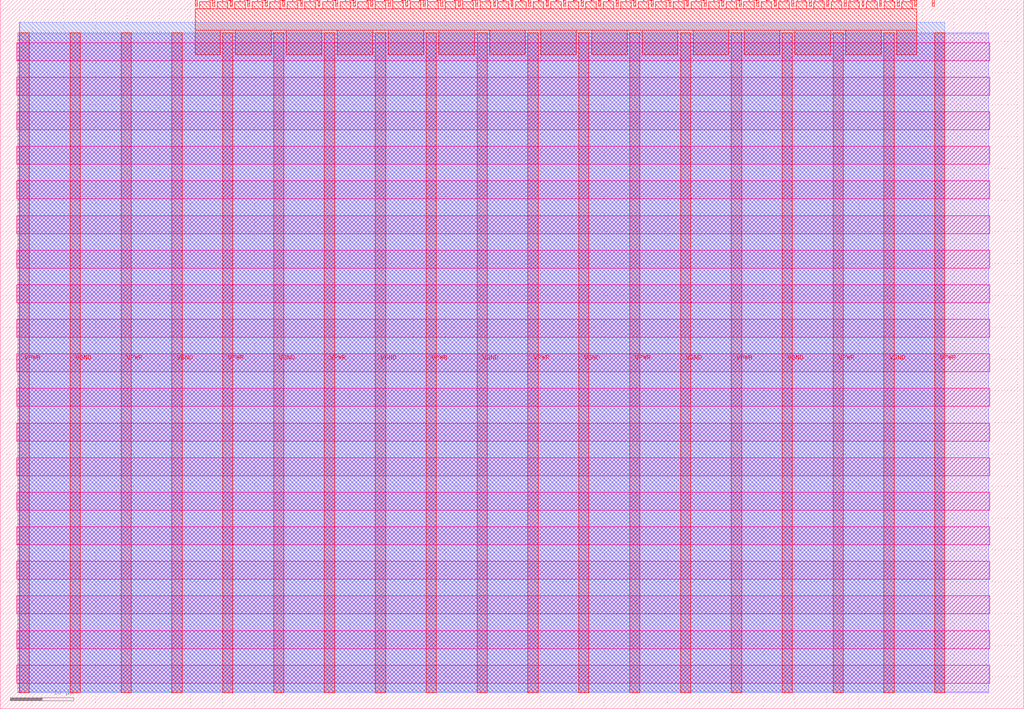
<source format=lef>
VERSION 5.7 ;
  NOWIREEXTENSIONATPIN ON ;
  DIVIDERCHAR "/" ;
  BUSBITCHARS "[]" ;
MACRO tt_um_roy1707018_sensor
  CLASS BLOCK ;
  FOREIGN tt_um_roy1707018_sensor ;
  ORIGIN 0.000 0.000 ;
  SIZE 161.000 BY 111.520 ;
  PIN VGND
    DIRECTION INOUT ;
    USE GROUND ;
    PORT
      LAYER met4 ;
        RECT 11.000 2.480 12.600 106.320 ;
    END
    PORT
      LAYER met4 ;
        RECT 27.000 2.480 28.600 106.320 ;
    END
    PORT
      LAYER met4 ;
        RECT 43.000 2.480 44.600 106.320 ;
    END
    PORT
      LAYER met4 ;
        RECT 59.000 2.480 60.600 106.320 ;
    END
    PORT
      LAYER met4 ;
        RECT 75.000 2.480 76.600 106.320 ;
    END
    PORT
      LAYER met4 ;
        RECT 91.000 2.480 92.600 106.320 ;
    END
    PORT
      LAYER met4 ;
        RECT 107.000 2.480 108.600 106.320 ;
    END
    PORT
      LAYER met4 ;
        RECT 123.000 2.480 124.600 106.320 ;
    END
    PORT
      LAYER met4 ;
        RECT 139.000 2.480 140.600 106.320 ;
    END
  END VGND
  PIN VPWR
    DIRECTION INOUT ;
    USE POWER ;
    PORT
      LAYER met4 ;
        RECT 3.000 2.480 4.600 106.320 ;
    END
    PORT
      LAYER met4 ;
        RECT 19.000 2.480 20.600 106.320 ;
    END
    PORT
      LAYER met4 ;
        RECT 35.000 2.480 36.600 106.320 ;
    END
    PORT
      LAYER met4 ;
        RECT 51.000 2.480 52.600 106.320 ;
    END
    PORT
      LAYER met4 ;
        RECT 67.000 2.480 68.600 106.320 ;
    END
    PORT
      LAYER met4 ;
        RECT 83.000 2.480 84.600 106.320 ;
    END
    PORT
      LAYER met4 ;
        RECT 99.000 2.480 100.600 106.320 ;
    END
    PORT
      LAYER met4 ;
        RECT 115.000 2.480 116.600 106.320 ;
    END
    PORT
      LAYER met4 ;
        RECT 131.000 2.480 132.600 106.320 ;
    END
    PORT
      LAYER met4 ;
        RECT 147.000 2.480 148.600 106.320 ;
    END
  END VPWR
  PIN clk
    DIRECTION INPUT ;
    USE SIGNAL ;
    ANTENNAGATEAREA 0.852000 ;
    PORT
      LAYER met4 ;
        RECT 143.830 110.520 144.130 111.520 ;
    END
  END clk
  PIN ena
    DIRECTION INPUT ;
    USE SIGNAL ;
    PORT
      LAYER met4 ;
        RECT 146.590 110.520 146.890 111.520 ;
    END
  END ena
  PIN rst_n
    DIRECTION INPUT ;
    USE SIGNAL ;
    PORT
      LAYER met4 ;
        RECT 141.070 110.520 141.370 111.520 ;
    END
  END rst_n
  PIN ui_in[0]
    DIRECTION INPUT ;
    USE SIGNAL ;
    PORT
      LAYER met4 ;
        RECT 138.310 110.520 138.610 111.520 ;
    END
  END ui_in[0]
  PIN ui_in[1]
    DIRECTION INPUT ;
    USE SIGNAL ;
    PORT
      LAYER met4 ;
        RECT 135.550 110.520 135.850 111.520 ;
    END
  END ui_in[1]
  PIN ui_in[2]
    DIRECTION INPUT ;
    USE SIGNAL ;
    PORT
      LAYER met4 ;
        RECT 132.790 110.520 133.090 111.520 ;
    END
  END ui_in[2]
  PIN ui_in[3]
    DIRECTION INPUT ;
    USE SIGNAL ;
    PORT
      LAYER met4 ;
        RECT 130.030 110.520 130.330 111.520 ;
    END
  END ui_in[3]
  PIN ui_in[4]
    DIRECTION INPUT ;
    USE SIGNAL ;
    PORT
      LAYER met4 ;
        RECT 127.270 110.520 127.570 111.520 ;
    END
  END ui_in[4]
  PIN ui_in[5]
    DIRECTION INPUT ;
    USE SIGNAL ;
    PORT
      LAYER met4 ;
        RECT 124.510 110.520 124.810 111.520 ;
    END
  END ui_in[5]
  PIN ui_in[6]
    DIRECTION INPUT ;
    USE SIGNAL ;
    PORT
      LAYER met4 ;
        RECT 121.750 110.520 122.050 111.520 ;
    END
  END ui_in[6]
  PIN ui_in[7]
    DIRECTION INPUT ;
    USE SIGNAL ;
    PORT
      LAYER met4 ;
        RECT 118.990 110.520 119.290 111.520 ;
    END
  END ui_in[7]
  PIN uio_in[0]
    DIRECTION INPUT ;
    USE SIGNAL ;
    PORT
      LAYER met4 ;
        RECT 116.230 110.520 116.530 111.520 ;
    END
  END uio_in[0]
  PIN uio_in[1]
    DIRECTION INPUT ;
    USE SIGNAL ;
    PORT
      LAYER met4 ;
        RECT 113.470 110.520 113.770 111.520 ;
    END
  END uio_in[1]
  PIN uio_in[2]
    DIRECTION INPUT ;
    USE SIGNAL ;
    PORT
      LAYER met4 ;
        RECT 110.710 110.520 111.010 111.520 ;
    END
  END uio_in[2]
  PIN uio_in[3]
    DIRECTION INPUT ;
    USE SIGNAL ;
    PORT
      LAYER met4 ;
        RECT 107.950 110.520 108.250 111.520 ;
    END
  END uio_in[3]
  PIN uio_in[4]
    DIRECTION INPUT ;
    USE SIGNAL ;
    PORT
      LAYER met4 ;
        RECT 105.190 110.520 105.490 111.520 ;
    END
  END uio_in[4]
  PIN uio_in[5]
    DIRECTION INPUT ;
    USE SIGNAL ;
    PORT
      LAYER met4 ;
        RECT 102.430 110.520 102.730 111.520 ;
    END
  END uio_in[5]
  PIN uio_in[6]
    DIRECTION INPUT ;
    USE SIGNAL ;
    PORT
      LAYER met4 ;
        RECT 99.670 110.520 99.970 111.520 ;
    END
  END uio_in[6]
  PIN uio_in[7]
    DIRECTION INPUT ;
    USE SIGNAL ;
    PORT
      LAYER met4 ;
        RECT 96.910 110.520 97.210 111.520 ;
    END
  END uio_in[7]
  PIN uio_oe[0]
    DIRECTION OUTPUT ;
    USE SIGNAL ;
    ANTENNADIFFAREA 0.445500 ;
    PORT
      LAYER met4 ;
        RECT 49.990 110.520 50.290 111.520 ;
    END
  END uio_oe[0]
  PIN uio_oe[1]
    DIRECTION OUTPUT ;
    USE SIGNAL ;
    ANTENNADIFFAREA 0.445500 ;
    PORT
      LAYER met4 ;
        RECT 47.230 110.520 47.530 111.520 ;
    END
  END uio_oe[1]
  PIN uio_oe[2]
    DIRECTION OUTPUT ;
    USE SIGNAL ;
    ANTENNADIFFAREA 0.445500 ;
    PORT
      LAYER met4 ;
        RECT 44.470 110.520 44.770 111.520 ;
    END
  END uio_oe[2]
  PIN uio_oe[3]
    DIRECTION OUTPUT ;
    USE SIGNAL ;
    ANTENNADIFFAREA 0.445500 ;
    PORT
      LAYER met4 ;
        RECT 41.710 110.520 42.010 111.520 ;
    END
  END uio_oe[3]
  PIN uio_oe[4]
    DIRECTION OUTPUT ;
    USE SIGNAL ;
    ANTENNADIFFAREA 0.445500 ;
    PORT
      LAYER met4 ;
        RECT 38.950 110.520 39.250 111.520 ;
    END
  END uio_oe[4]
  PIN uio_oe[5]
    DIRECTION OUTPUT ;
    USE SIGNAL ;
    ANTENNADIFFAREA 0.445500 ;
    PORT
      LAYER met4 ;
        RECT 36.190 110.520 36.490 111.520 ;
    END
  END uio_oe[5]
  PIN uio_oe[6]
    DIRECTION OUTPUT ;
    USE SIGNAL ;
    ANTENNADIFFAREA 0.445500 ;
    PORT
      LAYER met4 ;
        RECT 33.430 110.520 33.730 111.520 ;
    END
  END uio_oe[6]
  PIN uio_oe[7]
    DIRECTION OUTPUT ;
    USE SIGNAL ;
    ANTENNADIFFAREA 0.445500 ;
    PORT
      LAYER met4 ;
        RECT 30.670 110.520 30.970 111.520 ;
    END
  END uio_oe[7]
  PIN uio_out[0]
    DIRECTION OUTPUT ;
    USE SIGNAL ;
    ANTENNADIFFAREA 0.445500 ;
    PORT
      LAYER met4 ;
        RECT 72.070 110.520 72.370 111.520 ;
    END
  END uio_out[0]
  PIN uio_out[1]
    DIRECTION OUTPUT ;
    USE SIGNAL ;
    ANTENNADIFFAREA 0.445500 ;
    PORT
      LAYER met4 ;
        RECT 69.310 110.520 69.610 111.520 ;
    END
  END uio_out[1]
  PIN uio_out[2]
    DIRECTION OUTPUT ;
    USE SIGNAL ;
    ANTENNADIFFAREA 0.445500 ;
    PORT
      LAYER met4 ;
        RECT 66.550 110.520 66.850 111.520 ;
    END
  END uio_out[2]
  PIN uio_out[3]
    DIRECTION OUTPUT ;
    USE SIGNAL ;
    ANTENNADIFFAREA 0.445500 ;
    PORT
      LAYER met4 ;
        RECT 63.790 110.520 64.090 111.520 ;
    END
  END uio_out[3]
  PIN uio_out[4]
    DIRECTION OUTPUT ;
    USE SIGNAL ;
    ANTENNADIFFAREA 0.445500 ;
    PORT
      LAYER met4 ;
        RECT 61.030 110.520 61.330 111.520 ;
    END
  END uio_out[4]
  PIN uio_out[5]
    DIRECTION OUTPUT ;
    USE SIGNAL ;
    ANTENNADIFFAREA 0.445500 ;
    PORT
      LAYER met4 ;
        RECT 58.270 110.520 58.570 111.520 ;
    END
  END uio_out[5]
  PIN uio_out[6]
    DIRECTION OUTPUT ;
    USE SIGNAL ;
    ANTENNADIFFAREA 0.445500 ;
    PORT
      LAYER met4 ;
        RECT 55.510 110.520 55.810 111.520 ;
    END
  END uio_out[6]
  PIN uio_out[7]
    DIRECTION OUTPUT ;
    USE SIGNAL ;
    ANTENNADIFFAREA 0.445500 ;
    PORT
      LAYER met4 ;
        RECT 52.750 110.520 53.050 111.520 ;
    END
  END uio_out[7]
  PIN uo_out[0]
    DIRECTION OUTPUT ;
    USE SIGNAL ;
    ANTENNADIFFAREA 0.445500 ;
    PORT
      LAYER met4 ;
        RECT 94.150 110.520 94.450 111.520 ;
    END
  END uo_out[0]
  PIN uo_out[1]
    DIRECTION OUTPUT ;
    USE SIGNAL ;
    ANTENNADIFFAREA 0.445500 ;
    PORT
      LAYER met4 ;
        RECT 91.390 110.520 91.690 111.520 ;
    END
  END uo_out[1]
  PIN uo_out[2]
    DIRECTION OUTPUT ;
    USE SIGNAL ;
    ANTENNADIFFAREA 0.445500 ;
    PORT
      LAYER met4 ;
        RECT 88.630 110.520 88.930 111.520 ;
    END
  END uo_out[2]
  PIN uo_out[3]
    DIRECTION OUTPUT ;
    USE SIGNAL ;
    ANTENNADIFFAREA 0.445500 ;
    PORT
      LAYER met4 ;
        RECT 85.870 110.520 86.170 111.520 ;
    END
  END uo_out[3]
  PIN uo_out[4]
    DIRECTION OUTPUT ;
    USE SIGNAL ;
    ANTENNADIFFAREA 0.445500 ;
    PORT
      LAYER met4 ;
        RECT 83.110 110.520 83.410 111.520 ;
    END
  END uo_out[4]
  PIN uo_out[5]
    DIRECTION OUTPUT ;
    USE SIGNAL ;
    ANTENNADIFFAREA 0.445500 ;
    PORT
      LAYER met4 ;
        RECT 80.350 110.520 80.650 111.520 ;
    END
  END uo_out[5]
  PIN uo_out[6]
    DIRECTION OUTPUT ;
    USE SIGNAL ;
    ANTENNADIFFAREA 0.445500 ;
    PORT
      LAYER met4 ;
        RECT 77.590 110.520 77.890 111.520 ;
    END
  END uo_out[6]
  PIN uo_out[7]
    DIRECTION OUTPUT ;
    USE SIGNAL ;
    ANTENNADIFFAREA 0.445500 ;
    PORT
      LAYER met4 ;
        RECT 74.830 110.520 75.130 111.520 ;
    END
  END uo_out[7]
  OBS
      LAYER nwell ;
        RECT 2.570 101.945 155.670 104.775 ;
        RECT 2.570 96.505 155.670 99.335 ;
        RECT 2.570 91.065 155.670 93.895 ;
        RECT 2.570 85.625 155.670 88.455 ;
        RECT 2.570 80.185 155.670 83.015 ;
        RECT 2.570 74.745 155.670 77.575 ;
        RECT 2.570 69.305 155.670 72.135 ;
        RECT 2.570 63.865 155.670 66.695 ;
        RECT 2.570 58.425 155.670 61.255 ;
        RECT 2.570 52.985 155.670 55.815 ;
        RECT 2.570 47.545 155.670 50.375 ;
        RECT 2.570 42.105 155.670 44.935 ;
        RECT 2.570 36.665 155.670 39.495 ;
        RECT 2.570 31.225 155.670 34.055 ;
        RECT 2.570 25.785 155.670 28.615 ;
        RECT 2.570 20.345 155.670 23.175 ;
        RECT 2.570 14.905 155.670 17.735 ;
        RECT 2.570 9.465 155.670 12.295 ;
        RECT 2.570 4.025 155.670 6.855 ;
      LAYER li1 ;
        RECT 2.760 2.635 155.480 106.165 ;
      LAYER met1 ;
        RECT 2.760 2.480 155.480 106.320 ;
      LAYER met2 ;
        RECT 3.030 2.535 148.570 107.965 ;
      LAYER met3 ;
        RECT 3.010 2.555 148.590 107.945 ;
      LAYER met4 ;
        RECT 31.370 110.120 33.030 111.170 ;
        RECT 34.130 110.120 35.790 111.170 ;
        RECT 36.890 110.120 38.550 111.170 ;
        RECT 39.650 110.120 41.310 111.170 ;
        RECT 42.410 110.120 44.070 111.170 ;
        RECT 45.170 110.120 46.830 111.170 ;
        RECT 47.930 110.120 49.590 111.170 ;
        RECT 50.690 110.120 52.350 111.170 ;
        RECT 53.450 110.120 55.110 111.170 ;
        RECT 56.210 110.120 57.870 111.170 ;
        RECT 58.970 110.120 60.630 111.170 ;
        RECT 61.730 110.120 63.390 111.170 ;
        RECT 64.490 110.120 66.150 111.170 ;
        RECT 67.250 110.120 68.910 111.170 ;
        RECT 70.010 110.120 71.670 111.170 ;
        RECT 72.770 110.120 74.430 111.170 ;
        RECT 75.530 110.120 77.190 111.170 ;
        RECT 78.290 110.120 79.950 111.170 ;
        RECT 81.050 110.120 82.710 111.170 ;
        RECT 83.810 110.120 85.470 111.170 ;
        RECT 86.570 110.120 88.230 111.170 ;
        RECT 89.330 110.120 90.990 111.170 ;
        RECT 92.090 110.120 93.750 111.170 ;
        RECT 94.850 110.120 96.510 111.170 ;
        RECT 97.610 110.120 99.270 111.170 ;
        RECT 100.370 110.120 102.030 111.170 ;
        RECT 103.130 110.120 104.790 111.170 ;
        RECT 105.890 110.120 107.550 111.170 ;
        RECT 108.650 110.120 110.310 111.170 ;
        RECT 111.410 110.120 113.070 111.170 ;
        RECT 114.170 110.120 115.830 111.170 ;
        RECT 116.930 110.120 118.590 111.170 ;
        RECT 119.690 110.120 121.350 111.170 ;
        RECT 122.450 110.120 124.110 111.170 ;
        RECT 125.210 110.120 126.870 111.170 ;
        RECT 127.970 110.120 129.630 111.170 ;
        RECT 130.730 110.120 132.390 111.170 ;
        RECT 133.490 110.120 135.150 111.170 ;
        RECT 136.250 110.120 137.910 111.170 ;
        RECT 139.010 110.120 140.670 111.170 ;
        RECT 141.770 110.120 143.430 111.170 ;
        RECT 30.655 106.720 144.145 110.120 ;
        RECT 30.655 102.855 34.600 106.720 ;
        RECT 37.000 102.855 42.600 106.720 ;
        RECT 45.000 102.855 50.600 106.720 ;
        RECT 53.000 102.855 58.600 106.720 ;
        RECT 61.000 102.855 66.600 106.720 ;
        RECT 69.000 102.855 74.600 106.720 ;
        RECT 77.000 102.855 82.600 106.720 ;
        RECT 85.000 102.855 90.600 106.720 ;
        RECT 93.000 102.855 98.600 106.720 ;
        RECT 101.000 102.855 106.600 106.720 ;
        RECT 109.000 102.855 114.600 106.720 ;
        RECT 117.000 102.855 122.600 106.720 ;
        RECT 125.000 102.855 130.600 106.720 ;
        RECT 133.000 102.855 138.600 106.720 ;
        RECT 141.000 102.855 144.145 106.720 ;
  END
END tt_um_roy1707018_sensor
END LIBRARY


</source>
